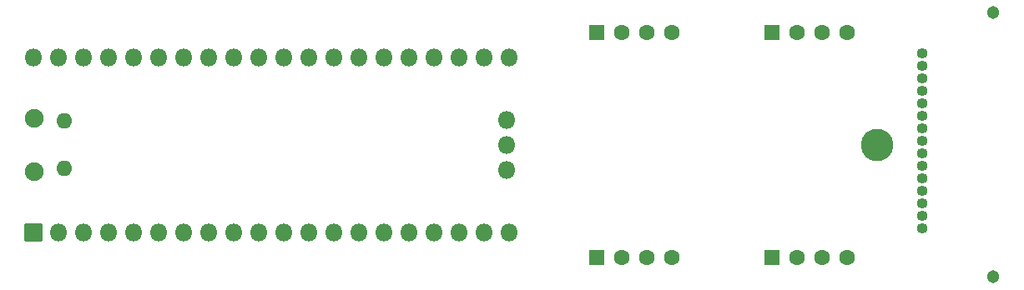
<source format=gbr>
%TF.GenerationSoftware,KiCad,Pcbnew,(7.0.0)*%
%TF.CreationDate,2023-03-11T15:12:13-08:00*%
%TF.ProjectId,pico_12vrgb_controller,7069636f-5f31-4327-9672-67625f636f6e,v1*%
%TF.SameCoordinates,Original*%
%TF.FileFunction,Soldermask,Bot*%
%TF.FilePolarity,Negative*%
%FSLAX46Y46*%
G04 Gerber Fmt 4.6, Leading zero omitted, Abs format (unit mm)*
G04 Created by KiCad (PCBNEW (7.0.0)) date 2023-03-11 15:12:13*
%MOMM*%
%LPD*%
G01*
G04 APERTURE LIST*
G04 Aperture macros list*
%AMRoundRect*
0 Rectangle with rounded corners*
0 $1 Rounding radius*
0 $2 $3 $4 $5 $6 $7 $8 $9 X,Y pos of 4 corners*
0 Add a 4 corners polygon primitive as box body*
4,1,4,$2,$3,$4,$5,$6,$7,$8,$9,$2,$3,0*
0 Add four circle primitives for the rounded corners*
1,1,$1+$1,$2,$3*
1,1,$1+$1,$4,$5*
1,1,$1+$1,$6,$7*
1,1,$1+$1,$8,$9*
0 Add four rect primitives between the rounded corners*
20,1,$1+$1,$2,$3,$4,$5,0*
20,1,$1+$1,$4,$5,$6,$7,0*
20,1,$1+$1,$6,$7,$8,$9,0*
20,1,$1+$1,$8,$9,$2,$3,0*%
G04 Aperture macros list end*
%ADD10RoundRect,0.050800X0.750000X-0.750000X0.750000X0.750000X-0.750000X0.750000X-0.750000X-0.750000X0*%
%ADD11C,1.601600*%
%ADD12C,3.301600*%
%ADD13C,1.301600*%
%ADD14O,1.101600X1.101600*%
%ADD15O,1.901600X1.901600*%
%ADD16O,1.601600X1.601600*%
%ADD17RoundRect,0.050800X0.850000X-0.850000X0.850000X0.850000X-0.850000X0.850000X-0.850000X-0.850000X0*%
%ADD18O,1.801600X1.801600*%
G04 APERTURE END LIST*
D10*
%TO.C,J4*%
X147320000Y-64770000D03*
D11*
X149860000Y-64770000D03*
X152400000Y-64770000D03*
X154940000Y-64770000D03*
%TD*%
D10*
%TO.C,J3*%
X129540000Y-64770000D03*
D11*
X132080000Y-64770000D03*
X134620000Y-64770000D03*
X137160000Y-64770000D03*
%TD*%
D10*
%TO.C,J2*%
X147320000Y-87630000D03*
D11*
X149860000Y-87630000D03*
X152400000Y-87630000D03*
X154940000Y-87630000D03*
%TD*%
D10*
%TO.C,J1*%
X129540000Y-87630000D03*
D11*
X132080000Y-87630000D03*
X134620000Y-87630000D03*
X137160000Y-87630000D03*
%TD*%
D12*
%TO.C,REF\u002A\u002A*%
X157988000Y-76200000D03*
%TD*%
D13*
%TO.C,J5*%
X169780000Y-89600000D03*
X169780000Y-62800000D03*
D14*
X162559999Y-84699999D03*
X162559999Y-83429999D03*
X162559999Y-82159999D03*
X162559999Y-80889999D03*
X162559999Y-79619999D03*
X162559999Y-78349999D03*
X162559999Y-77079999D03*
X162559999Y-75809999D03*
X162559999Y-74539999D03*
X162559999Y-73269999D03*
X162559999Y-71999999D03*
X162559999Y-70729999D03*
X162559999Y-69459999D03*
X162559999Y-68189999D03*
X162559999Y-66919999D03*
%TD*%
D15*
%TO.C,U1*%
X72519999Y-78924999D03*
D16*
X75549999Y-78624999D03*
X75549999Y-73774999D03*
D15*
X72519999Y-73474999D03*
D17*
X72390000Y-85090000D03*
D18*
X74929999Y-85089999D03*
X77469999Y-85089999D03*
X80009999Y-85089999D03*
X82549999Y-85089999D03*
X85089999Y-85089999D03*
X87629999Y-85089999D03*
X90169999Y-85089999D03*
X92709999Y-85089999D03*
X95249999Y-85089999D03*
X97789999Y-85089999D03*
X100329999Y-85089999D03*
X102869999Y-85089999D03*
X105409999Y-85089999D03*
X107949999Y-85089999D03*
X110489999Y-85089999D03*
X113029999Y-85089999D03*
X115569999Y-85089999D03*
X118109999Y-85089999D03*
X120649999Y-85089999D03*
X120649999Y-67309999D03*
X118109999Y-67309999D03*
X115569999Y-67309999D03*
X113029999Y-67309999D03*
X110489999Y-67309999D03*
X107949999Y-67309999D03*
X105409999Y-67309999D03*
X102869999Y-67309999D03*
X100329999Y-67309999D03*
X97789999Y-67309999D03*
X95249999Y-67309999D03*
X92709999Y-67309999D03*
X90169999Y-67309999D03*
X87629999Y-67309999D03*
X85089999Y-67309999D03*
X82549999Y-67309999D03*
X80009999Y-67309999D03*
X77469999Y-67309999D03*
X74929999Y-67309999D03*
X72389999Y-67309999D03*
X120419999Y-78739999D03*
X120419999Y-76199999D03*
X120419999Y-73659999D03*
%TD*%
M02*

</source>
